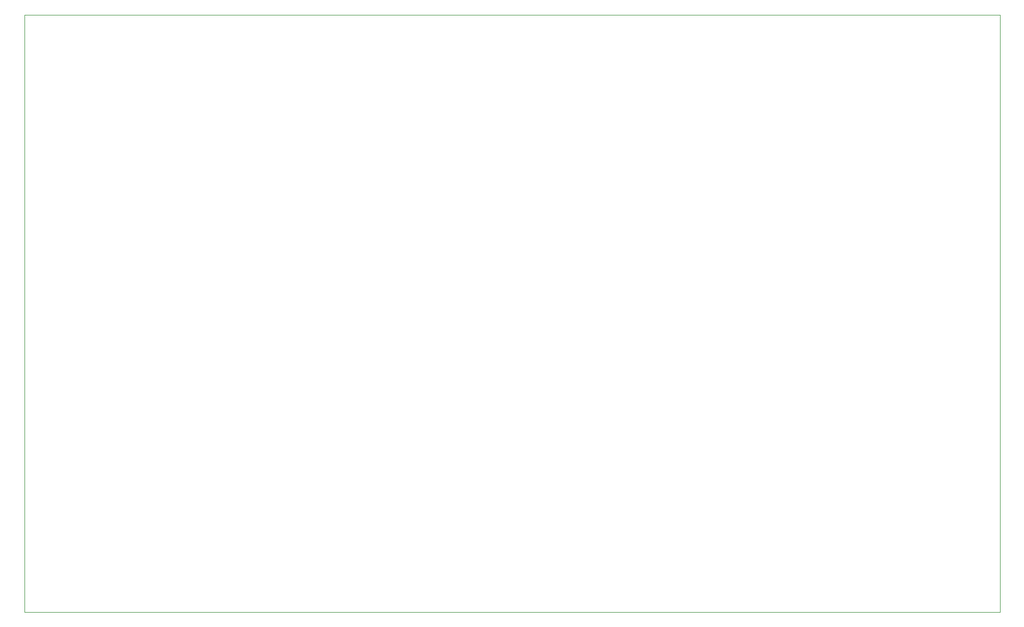
<source format=gbr>
%TF.GenerationSoftware,Altium Limited,Altium Designer,21.6.1 (37)*%
G04 Layer_Color=0*
%FSLAX43Y43*%
%MOMM*%
%TF.SameCoordinates,A8206A2C-5CB0-4F6E-B559-DFDA062B5CA2*%
%TF.FilePolarity,Positive*%
%TF.FileFunction,Profile,NP*%
%TF.Part,Single*%
G01*
G75*
%TA.AperFunction,Profile*%
%ADD69C,0.025*%
D69*
X0Y0D02*
X155000D01*
X155000Y95000D01*
X0D01*
Y0D01*
%TF.MD5,36acd5208b0f3e48cb91ff37e72c525c*%
M02*

</source>
